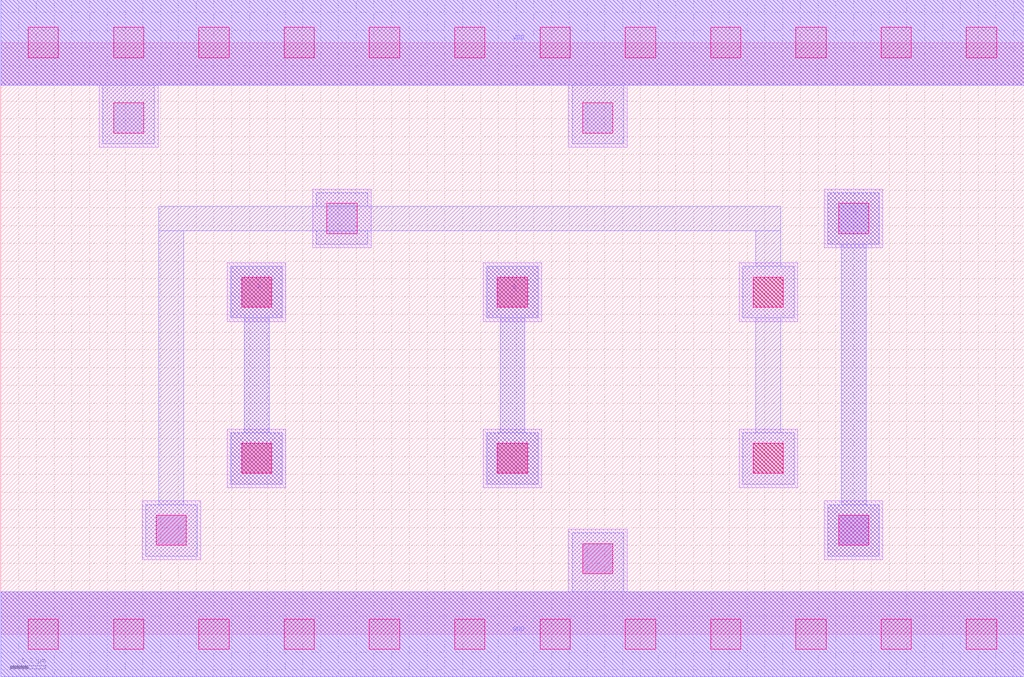
<source format=lef>
MACRO AND2X1
 CLASS CORE ;
 FOREIGN AND2X1 0 0 ;
 SIZE 5.76 BY 3.33 ;
 ORIGIN 0 0 ;
 SYMMETRY X Y R90 ;
 SITE unit ;
  PIN VDD
   DIRECTION INOUT ;
   USE POWER ;
   SHAPE ABUTMENT ;
    PORT
     CLASS CORE ;
       LAYER li1 ;
        RECT 0.00000000 3.09000000 5.76000000 3.57000000 ;
       LAYER met1 ;
        RECT 0.00000000 3.09000000 5.76000000 3.57000000 ;
    END
  END VDD

  PIN GND
   DIRECTION INOUT ;
   USE POWER ;
   SHAPE ABUTMENT ;
    PORT
     CLASS CORE ;
       LAYER li1 ;
        RECT 0.00000000 -0.24000000 5.76000000 0.24000000 ;
       LAYER met1 ;
        RECT 0.00000000 -0.24000000 5.76000000 0.24000000 ;
    END
  END GND

  PIN Y
   DIRECTION INOUT ;
   USE SIGNAL ;
   SHAPE ABUTMENT ;
    PORT
     CLASS CORE ;
       LAYER met1 ;
        RECT 4.65500000 0.44000000 4.94500000 0.73000000 ;
        RECT 4.73000000 0.73000000 4.87000000 2.19500000 ;
        RECT 4.65500000 2.19500000 4.94500000 2.48500000 ;
    END
  END Y

  PIN B
   DIRECTION INOUT ;
   USE SIGNAL ;
   SHAPE ABUTMENT ;
    PORT
     CLASS CORE ;
       LAYER met1 ;
        RECT 2.73500000 0.84500000 3.02500000 1.13500000 ;
        RECT 2.81000000 1.13500000 2.95000000 1.78000000 ;
        RECT 2.73500000 1.78000000 3.02500000 2.07000000 ;
    END
  END B

  PIN A
   DIRECTION INOUT ;
   USE SIGNAL ;
   SHAPE ABUTMENT ;
    PORT
     CLASS CORE ;
       LAYER met1 ;
        RECT 1.29500000 0.84500000 1.58500000 1.13500000 ;
        RECT 1.37000000 1.13500000 1.51000000 1.78000000 ;
        RECT 1.29500000 1.78000000 1.58500000 2.07000000 ;
    END
  END A

 OBS
    LAYER polycont ;
     RECT 1.35500000 0.90500000 1.52500000 1.07500000 ;
     RECT 2.79500000 0.90500000 2.96500000 1.07500000 ;
     RECT 4.23500000 0.90500000 4.40500000 1.07500000 ;
     RECT 1.35500000 1.84000000 1.52500000 2.01000000 ;
     RECT 2.79500000 1.84000000 2.96500000 2.01000000 ;
     RECT 4.23500000 1.84000000 4.40500000 2.01000000 ;

    LAYER pdiffc ;
     RECT 1.83500000 2.25500000 2.00500000 2.42500000 ;
     RECT 4.71500000 2.25500000 4.88500000 2.42500000 ;
     RECT 0.63500000 2.82000000 0.80500000 2.99000000 ;
     RECT 3.27500000 2.82000000 3.44500000 2.99000000 ;

    LAYER ndiffc ;
     RECT 3.27500000 0.34000000 3.44500000 0.51000000 ;
     RECT 0.87500000 0.50000000 1.04500000 0.67000000 ;
     RECT 4.71500000 0.50000000 4.88500000 0.67000000 ;

    LAYER li1 ;
     RECT 0.00000000 -0.24000000 5.76000000 0.24000000 ;
     RECT 3.19500000 0.24000000 3.52500000 0.59000000 ;
     RECT 0.79500000 0.42000000 1.12500000 0.75000000 ;
     RECT 4.63500000 0.42000000 4.96500000 0.75000000 ;
     RECT 1.27500000 0.82500000 1.60500000 1.15500000 ;
     RECT 2.71500000 0.82500000 3.04500000 1.15500000 ;
     RECT 4.15500000 0.82500000 4.48500000 1.15500000 ;
     RECT 1.27500000 1.76000000 1.60500000 2.09000000 ;
     RECT 2.71500000 1.76000000 3.04500000 2.09000000 ;
     RECT 4.15500000 1.76000000 4.48500000 2.09000000 ;
     RECT 1.75500000 2.17500000 2.08500000 2.50500000 ;
     RECT 4.63500000 2.17500000 4.96500000 2.50500000 ;
     RECT 0.55500000 2.74000000 0.88500000 3.09000000 ;
     RECT 3.19500000 2.74000000 3.52500000 3.09000000 ;
     RECT 0.00000000 3.09000000 5.76000000 3.57000000 ;

    LAYER viali ;
     RECT 0.15500000 -0.08500000 0.32500000 0.08500000 ;
     RECT 0.63500000 -0.08500000 0.80500000 0.08500000 ;
     RECT 1.11500000 -0.08500000 1.28500000 0.08500000 ;
     RECT 1.59500000 -0.08500000 1.76500000 0.08500000 ;
     RECT 2.07500000 -0.08500000 2.24500000 0.08500000 ;
     RECT 2.55500000 -0.08500000 2.72500000 0.08500000 ;
     RECT 3.03500000 -0.08500000 3.20500000 0.08500000 ;
     RECT 3.51500000 -0.08500000 3.68500000 0.08500000 ;
     RECT 3.99500000 -0.08500000 4.16500000 0.08500000 ;
     RECT 4.47500000 -0.08500000 4.64500000 0.08500000 ;
     RECT 4.95500000 -0.08500000 5.12500000 0.08500000 ;
     RECT 5.43500000 -0.08500000 5.60500000 0.08500000 ;
     RECT 3.27500000 0.34000000 3.44500000 0.51000000 ;
     RECT 0.87500000 0.50000000 1.04500000 0.67000000 ;
     RECT 4.71500000 0.50000000 4.88500000 0.67000000 ;
     RECT 1.35500000 0.90500000 1.52500000 1.07500000 ;
     RECT 2.79500000 0.90500000 2.96500000 1.07500000 ;
     RECT 4.23500000 0.90500000 4.40500000 1.07500000 ;
     RECT 1.35500000 1.84000000 1.52500000 2.01000000 ;
     RECT 2.79500000 1.84000000 2.96500000 2.01000000 ;
     RECT 4.23500000 1.84000000 4.40500000 2.01000000 ;
     RECT 1.83500000 2.25500000 2.00500000 2.42500000 ;
     RECT 4.71500000 2.25500000 4.88500000 2.42500000 ;
     RECT 0.63500000 2.82000000 0.80500000 2.99000000 ;
     RECT 3.27500000 2.82000000 3.44500000 2.99000000 ;
     RECT 0.15500000 3.24500000 0.32500000 3.41500000 ;
     RECT 0.63500000 3.24500000 0.80500000 3.41500000 ;
     RECT 1.11500000 3.24500000 1.28500000 3.41500000 ;
     RECT 1.59500000 3.24500000 1.76500000 3.41500000 ;
     RECT 2.07500000 3.24500000 2.24500000 3.41500000 ;
     RECT 2.55500000 3.24500000 2.72500000 3.41500000 ;
     RECT 3.03500000 3.24500000 3.20500000 3.41500000 ;
     RECT 3.51500000 3.24500000 3.68500000 3.41500000 ;
     RECT 3.99500000 3.24500000 4.16500000 3.41500000 ;
     RECT 4.47500000 3.24500000 4.64500000 3.41500000 ;
     RECT 4.95500000 3.24500000 5.12500000 3.41500000 ;
     RECT 5.43500000 3.24500000 5.60500000 3.41500000 ;

    LAYER met1 ;
     RECT 0.00000000 -0.24000000 5.76000000 0.24000000 ;
     RECT 3.21500000 0.24000000 3.50500000 0.57000000 ;
     RECT 1.29500000 0.84500000 1.58500000 1.13500000 ;
     RECT 1.37000000 1.13500000 1.51000000 1.78000000 ;
     RECT 1.29500000 1.78000000 1.58500000 2.07000000 ;
     RECT 2.73500000 0.84500000 3.02500000 1.13500000 ;
     RECT 2.81000000 1.13500000 2.95000000 1.78000000 ;
     RECT 2.73500000 1.78000000 3.02500000 2.07000000 ;
     RECT 0.81500000 0.44000000 1.10500000 0.73000000 ;
     RECT 4.17500000 0.84500000 4.46500000 1.13500000 ;
     RECT 4.25000000 1.13500000 4.39000000 1.78000000 ;
     RECT 4.17500000 1.78000000 4.46500000 2.07000000 ;
     RECT 0.89000000 0.73000000 1.03000000 2.27000000 ;
     RECT 1.77500000 2.19500000 2.06500000 2.27000000 ;
     RECT 4.25000000 2.07000000 4.39000000 2.27000000 ;
     RECT 0.89000000 2.27000000 4.39000000 2.41000000 ;
     RECT 1.77500000 2.41000000 2.06500000 2.48500000 ;
     RECT 4.65500000 0.44000000 4.94500000 0.73000000 ;
     RECT 4.73000000 0.73000000 4.87000000 2.19500000 ;
     RECT 4.65500000 2.19500000 4.94500000 2.48500000 ;
     RECT 0.57500000 2.76000000 0.86500000 3.09000000 ;
     RECT 3.21500000 2.76000000 3.50500000 3.09000000 ;
     RECT 0.00000000 3.09000000 5.76000000 3.57000000 ;

 END
END AND2X1

</source>
